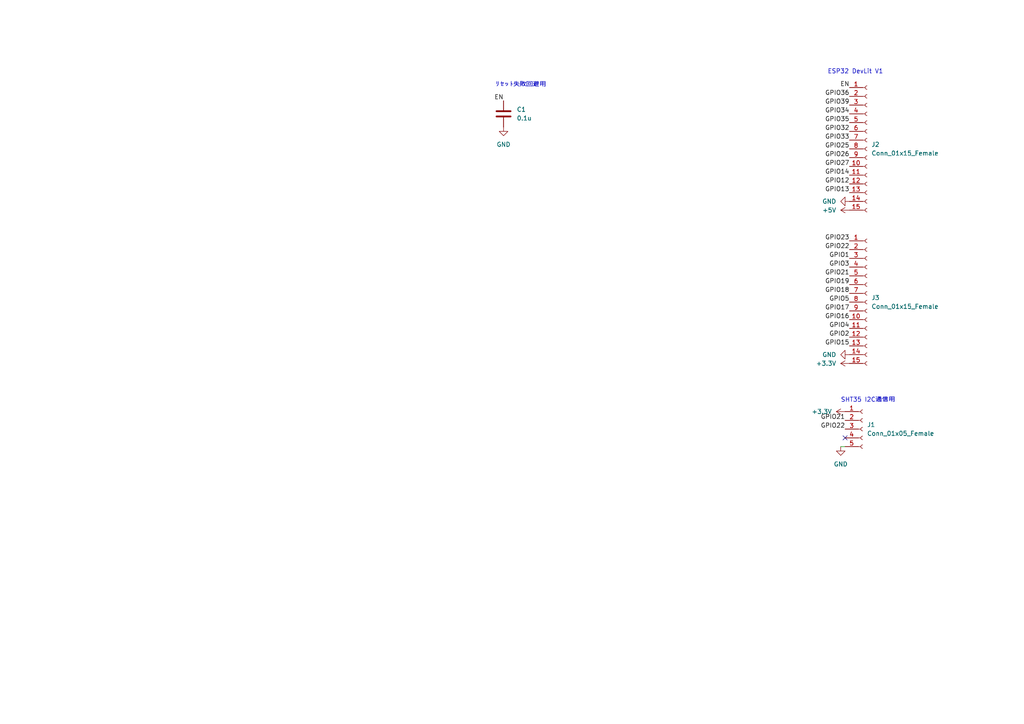
<source format=kicad_sch>
(kicad_sch (version 20211123) (generator eeschema)
  (paper "A4")
  (lib_symbols
    (symbol "Connector:Conn_01x05_Female" (pin_names (offset 1.016) hide)
      (property "Reference" "J" (at 0 7.62 0))
      (property "Value" "Conn_01x05_Female" (at 0 -7.62 0))
      (symbol "Conn_01x05_Female_1_1"
        (arc (start 0 -4.572) (mid -0.508 -5.08) (end 0 -5.588) (stroke (width 0.1524)))
        (arc (start 0 -2.032) (mid -0.508 -2.54) (end 0 -3.048) (stroke (width 0.1524)))
        (polyline (pts (xy -1.27 -5.08) (xy -0.508 -5.08)) (stroke (width 0.1524)))
        (polyline (pts (xy -1.27 -2.54) (xy -0.508 -2.54)) (stroke (width 0.1524)))
        (polyline (pts (xy -1.27 0) (xy -0.508 0)) (stroke (width 0.1524)))
        (polyline (pts (xy -1.27 2.54) (xy -0.508 2.54)) (stroke (width 0.1524)))
        (polyline (pts (xy -1.27 5.08) (xy -0.508 5.08)) (stroke (width 0.1524)))
        (arc (start 0 0.508) (mid -0.508 0) (end 0 -0.508) (stroke (width 0.1524)))
        (arc (start 0 3.048) (mid -0.508 2.54) (end 0 2.032) (stroke (width 0.1524)))
        (arc (start 0 5.588) (mid -0.508 5.08) (end 0 4.572) (stroke (width 0.1524)))
        (pin passive line (at -5.08 5.08 0) (length 3.81) (name "Pin_1") (number "1"))
        (pin passive line (at -5.08 2.54 0) (length 3.81) (name "Pin_2") (number "2"))
        (pin passive line (at -5.08 0 0) (length 3.81) (name "Pin_3") (number "3"))
        (pin passive line (at -5.08 -2.54 0) (length 3.81) (name "Pin_4") (number "4"))
        (pin passive line (at -5.08 -5.08 0) (length 3.81) (name "Pin_5") (number "5"))
      )
    )
    (symbol "Connector:Conn_01x15_Female" (pin_names (offset 1.016) hide)
      (property "Reference" "J" (at 0 20.32 0))
      (property "Value" "Conn_01x15_Female" (at 0 -20.32 0))
      (symbol "Conn_01x15_Female_1_1"
        (arc (start 0 -17.272) (mid -0.508 -17.78) (end 0 -18.288) (stroke (width 0.1524)))
        (arc (start 0 -14.732) (mid -0.508 -15.24) (end 0 -15.748) (stroke (width 0.1524)))
        (arc (start 0 -12.192) (mid -0.508 -12.7) (end 0 -13.208) (stroke (width 0.1524)))
        (arc (start 0 -9.652) (mid -0.508 -10.16) (end 0 -10.668) (stroke (width 0.1524)))
        (arc (start 0 -7.112) (mid -0.508 -7.62) (end 0 -8.128) (stroke (width 0.1524)))
        (arc (start 0 -4.572) (mid -0.508 -5.08) (end 0 -5.588) (stroke (width 0.1524)))
        (arc (start 0 -2.032) (mid -0.508 -2.54) (end 0 -3.048) (stroke (width 0.1524)))
        (polyline (pts (xy -1.27 -17.78) (xy -0.508 -17.78)) (stroke (width 0.1524)))
        (polyline (pts (xy -1.27 -15.24) (xy -0.508 -15.24)) (stroke (width 0.1524)))
        (polyline (pts (xy -1.27 -12.7) (xy -0.508 -12.7)) (stroke (width 0.1524)))
        (polyline (pts (xy -1.27 -10.16) (xy -0.508 -10.16)) (stroke (width 0.1524)))
        (polyline (pts (xy -1.27 -7.62) (xy -0.508 -7.62)) (stroke (width 0.1524)))
        (polyline (pts (xy -1.27 -5.08) (xy -0.508 -5.08)) (stroke (width 0.1524)))
        (polyline (pts (xy -1.27 -2.54) (xy -0.508 -2.54)) (stroke (width 0.1524)))
        (polyline (pts (xy -1.27 0) (xy -0.508 0)) (stroke (width 0.1524)))
        (polyline (pts (xy -1.27 2.54) (xy -0.508 2.54)) (stroke (width 0.1524)))
        (polyline (pts (xy -1.27 5.08) (xy -0.508 5.08)) (stroke (width 0.1524)))
        (polyline (pts (xy -1.27 7.62) (xy -0.508 7.62)) (stroke (width 0.1524)))
        (polyline (pts (xy -1.27 10.16) (xy -0.508 10.16)) (stroke (width 0.1524)))
        (polyline (pts (xy -1.27 12.7) (xy -0.508 12.7)) (stroke (width 0.1524)))
        (polyline (pts (xy -1.27 15.24) (xy -0.508 15.24)) (stroke (width 0.1524)))
        (polyline (pts (xy -1.27 17.78) (xy -0.508 17.78)) (stroke (width 0.1524)))
        (arc (start 0 0.508) (mid -0.508 0) (end 0 -0.508) (stroke (width 0.1524)))
        (arc (start 0 3.048) (mid -0.508 2.54) (end 0 2.032) (stroke (width 0.1524)))
        (arc (start 0 5.588) (mid -0.508 5.08) (end 0 4.572) (stroke (width 0.1524)))
        (arc (start 0 8.128) (mid -0.508 7.62) (end 0 7.112) (stroke (width 0.1524)))
        (arc (start 0 10.668) (mid -0.508 10.16) (end 0 9.652) (stroke (width 0.1524)))
        (arc (start 0 13.208) (mid -0.508 12.7) (end 0 12.192) (stroke (width 0.1524)))
        (arc (start 0 15.748) (mid -0.508 15.24) (end 0 14.732) (stroke (width 0.1524)))
        (arc (start 0 18.288) (mid -0.508 17.78) (end 0 17.272) (stroke (width 0.1524)))
        (pin passive line (at -5.08 17.78 0) (length 3.81) (name "Pin_1") (number "1"))
        (pin passive line (at -5.08 -5.08 0) (length 3.81) (name "Pin_10") (number "10"))
        (pin passive line (at -5.08 -7.62 0) (length 3.81) (name "Pin_11") (number "11"))
        (pin passive line (at -5.08 -10.16 0) (length 3.81) (name "Pin_12") (number "12"))
        (pin passive line (at -5.08 -12.7 0) (length 3.81) (name "Pin_13") (number "13"))
        (pin passive line (at -5.08 -15.24 0) (length 3.81) (name "Pin_14") (number "14"))
        (pin passive line (at -5.08 -17.78 0) (length 3.81) (name "Pin_15") (number "15"))
        (pin passive line (at -5.08 15.24 0) (length 3.81) (name "Pin_2") (number "2"))
        (pin passive line (at -5.08 12.7 0) (length 3.81) (name "Pin_3") (number "3"))
        (pin passive line (at -5.08 10.16 0) (length 3.81) (name "Pin_4") (number "4"))
        (pin passive line (at -5.08 7.62 0) (length 3.81) (name "Pin_5") (number "5"))
        (pin passive line (at -5.08 5.08 0) (length 3.81) (name "Pin_6") (number "6"))
        (pin passive line (at -5.08 2.54 0) (length 3.81) (name "Pin_7") (number "7"))
        (pin passive line (at -5.08 0 0) (length 3.81) (name "Pin_8") (number "8"))
        (pin passive line (at -5.08 -2.54 0) (length 3.81) (name "Pin_9") (number "9"))
      )
    )
    (symbol "Device:C" (pin_numbers hide) (pin_names (offset 0.254))
      (property "Reference" "C" (at 0.635 2.54 0))
      (property "Value" "C" (at 0.635 -2.54 0))
      (symbol "C_0_1"
        (polyline (pts (xy -2.032 -0.762) (xy 2.032 -0.762)) (stroke (width 0.508)))
        (polyline (pts (xy -2.032 0.762) (xy 2.032 0.762)) (stroke (width 0.508)))
      )
      (symbol "C_1_1"
        (pin passive line (at 0 3.81 270) (length 2.794) (name "~") (number "1"))
        (pin passive line (at 0 -3.81 90) (length 2.794) (name "~") (number "2"))
      )
    )
    (symbol "power:+3.3V" (power) (pin_names (offset 0))
      (property "Value" "+3.3V" (at 0 3.556 0))
      (symbol "+3.3V_0_1"
        (polyline (pts (xy -0.762 1.27) (xy 0 2.54)))
        (polyline (pts (xy 0 0) (xy 0 2.54)))
        (polyline (pts (xy 0 2.54) (xy 0.762 1.27)))
      )
      (symbol "+3.3V_1_1"
        (pin power_in line (at 0 0 90) (length 0) hide (name "+3.3V") (number "1"))
      )
    )
    (symbol "power:+5V" (power) (pin_names (offset 0))
      (property "Value" "+5V" (at 0 3.556 0))
      (symbol "+5V_0_1"
        (polyline (pts (xy -0.762 1.27) (xy 0 2.54)))
        (polyline (pts (xy 0 0) (xy 0 2.54)))
        (polyline (pts (xy 0 2.54) (xy 0.762 1.27)))
      )
      (symbol "+5V_1_1"
        (pin power_in line (at 0 0 90) (length 0) hide (name "+5V") (number "1"))
      )
    )
    (symbol "power:GND" (power) (pin_names (offset 0))
      (property "Value" "GND" (at 0 -3.81 0))
      (symbol "GND_0_1"
        (polyline (pts (xy 0 0) (xy 0 -1.27) (xy 1.27 -1.27) (xy 0 -2.54) (xy -1.27 -1.27) (xy 0 -1.27)))
      )
      (symbol "GND_1_1"
        (pin power_in line (at 0 0 270) (length 0) hide (name "GND") (number "1"))
      )
    )
  )
  (no_connect (at 245.11 127))
  (wire (pts (xy 243.84 129.54) (xy 245.11 129.54)))
  (text "SHT35 I2C通信用" (at 243.84 116.84 0) (effects (font (size 1.27 1.27)) (justify left bottom)))
  (text "ESP32 DevLit V1" (at 240.03 21.59 0) (effects (font (size 1.27 1.27)) (justify left bottom)))
  (text "リセット失敗回避用" (at 143.51 25.4 0) (effects (font (size 1.27 1.27)) (justify left bottom)))
  (label "GPIO33" (at 246.38 40.64 180))
  (label "GPIO21" (at 245.11 121.92 180))
  (label "GPIO35" (at 246.38 35.56 180))
  (label "EN" (at 246.38 25.4 180))
  (label "GPIO5" (at 246.38 87.63 180))
  (label "GPIO22" (at 246.38 72.39 180))
  (label "GPIO18" (at 246.38 85.09 180))
  (label "GPIO22" (at 245.11 124.46 180))
  (label "EN" (at 146.05 29.21 180))
  (label "GPIO16" (at 246.38 92.71 180))
  (label "GPIO2" (at 246.38 97.79 180))
  (label "GPIO3" (at 246.38 77.47 180))
  (label "GPIO34" (at 246.38 33.02 180))
  (label "GPIO17" (at 246.38 90.17 180))
  (label "GPIO14" (at 246.38 50.8 180))
  (label "GPIO26" (at 246.38 45.72 180))
  (label "GPIO39" (at 246.38 30.48 180))
  (label "GPIO32" (at 246.38 38.1 180))
  (label "GPIO4" (at 246.38 95.25 180))
  (label "GPIO25" (at 246.38 43.18 180))
  (label "GPIO1" (at 246.38 74.93 180))
  (label "GPIO19" (at 246.38 82.55 180))
  (label "GPIO12" (at 246.38 53.34 180))
  (label "GPIO15" (at 246.38 100.33 180))
  (label "GPIO13" (at 246.38 55.88 180))
  (label "GPIO27" (at 246.38 48.26 180))
  (label "GPIO23" (at 246.38 69.85 180))
  (label "GPIO21" (at 246.38 80.01 180))
  (label "GPIO36" (at 246.38 27.94 180))
  (symbol (lib_id "power:+5V") (at 246.38 60.96 90) (unit 1)
    (property "Reference" "#PWR05" (effects hide))
    (property "Value" "+5V" (at 242.57 60.9599 90) (effects (justify left)))
  )
  (symbol (lib_id "power:+3.3V") (at 246.38 105.41 90) (unit 1)
    (property "Reference" "#PWR07" (effects hide))
    (property "Value" "+3.3V" (at 242.57 105.4099 90) (effects (justify left)))
  )
  (symbol (lib_id "power:GND") (at 243.84 129.54 0) (unit 1)
    (property "Reference" "#PWR02" (effects hide))
    (property "Value" "GND" (at 243.84 134.62 0))
  )
  (symbol (lib_id "power:GND") (at 246.38 58.42 270) (unit 1)
    (property "Reference" "#PWR04" (effects hide))
    (property "Value" "GND" (at 242.57 58.4199 90) (effects (justify right)))
  )
  (symbol (lib_id "Device:C") (at 146.05 33.02 0) (unit 1)
    (property "Reference" "C1" (at 149.86 31.7499 0) (effects (justify left)))
    (property "Value" "0.1u" (at 149.86 34.2899 0) (effects (justify left)))
    (property "Footprint" "Capacitor_SMD:C_1206_3216Metric_Pad1.33x1.80mm_HandSolder" (effects hide))
  )
  (symbol (lib_id "Connector:Conn_01x15_Female") (at 251.46 87.63 0) (unit 1)
    (property "Reference" "J3" (at 252.73 86.3599 0) (effects (justify left)))
    (property "Value" "Conn_01x15_Female" (at 252.73 88.8999 0) (effects (justify left)))
    (property "Footprint" "Connector_PinHeader_2.54mm:PinHeader_1x15_P2.54mm_Vertical" (effects hide))
  )
  (symbol (lib_id "power:+3.3V") (at 245.11 119.38 90) (unit 1)
    (property "Reference" "#PWR03" (effects hide))
    (property "Value" "+3.3V" (at 241.3 119.3799 90) (effects (justify left)))
  )
  (symbol (lib_id "power:GND") (at 246.38 102.87 270) (unit 1)
    (property "Reference" "#PWR06" (effects hide))
    (property "Value" "GND" (at 242.57 102.8699 90) (effects (justify right)))
  )
  (symbol (lib_id "Connector:Conn_01x15_Female") (at 251.46 43.18 0) (unit 1)
    (property "Reference" "J2" (at 252.73 41.9099 0) (effects (justify left)))
    (property "Value" "Conn_01x15_Female" (at 252.73 44.4499 0) (effects (justify left)))
    (property "Footprint" "Connector_PinHeader_2.54mm:PinHeader_1x15_P2.54mm_Vertical" (effects hide))
  )
  (symbol (lib_id "power:GND") (at 146.05 36.83 0) (unit 1)
    (property "Reference" "#PWR01" (effects hide))
    (property "Value" "GND" (at 146.05 41.91 0))
  )
  (symbol (lib_id "Connector:Conn_01x05_Female") (at 250.19 124.46 0) (unit 1)
    (property "Reference" "J1" (at 251.46 123.1899 0) (effects (justify left)))
    (property "Value" "Conn_01x05_Female" (at 251.46 125.7299 0) (effects (justify left)))
    (property "Footprint" "Connector_PinHeader_2.54mm:PinHeader_1x05_P2.54mm_Vertical" (effects hide))
  )
)
</source>
